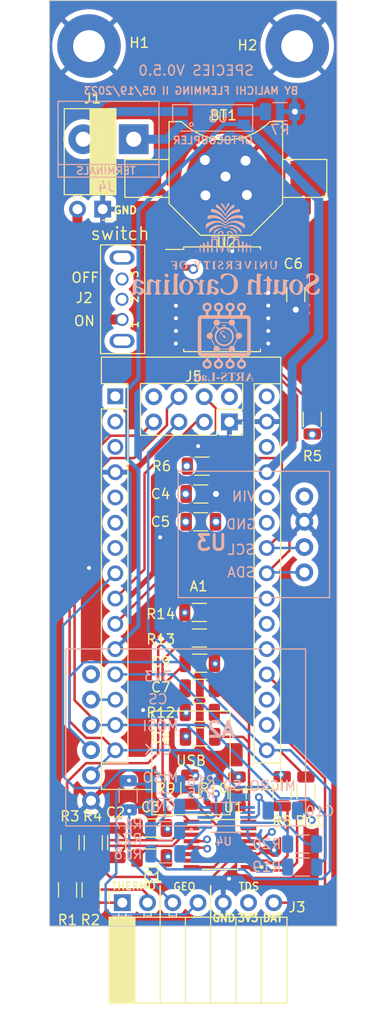
<source format=kicad_pcb>
(kicad_pcb (version 20221018) (generator pcbnew)
  (layers (0 "F.Cu" mixed "Single-GND-Front") (1 "In1.Cu" power "AGND Plane") (2 "In2.Cu" power "3V3 Power Plane") (31 "B.Cu" mixed "Single-GND-Back") (34 "B.Paste" user) (35 "F.Paste" user) (36 "B.SilkS" user "B.Silkscreen") (37 "F.SilkS" user "F.Silkscreen") (38 "B.Mask" user) (39 "F.Mask" user) (44 "Edge.Cuts" user))
  (net 0 "")
  (net 4 "GND")
  (net 8 "GEO_CS")
  (net 9 "CE")
  (net 10 "CSN")
  (net 11 "5V0")
  (net 12 "RTD_CS")
  (net 13 "SD_CS")
  (net 14 "MOSI")
  (net 15 "MISO")
  (net 16 "CLK")
  (net 17 "3V3")
  (net 19 "EC_DATA")
  (net 23 "SDA")
  (net 24 "SCL")
  (net 28 "Net-(BT1-+)")
  (net 29 "VIN")
  (net 30 "Net-(U1-AIN0{slash}REFP1)")
  (net 31 "Net-(U1-AIN1)")
  (net 32 "Net-(J4-Pin_1)")
  (net 33 "POWER")
  (net 35 "GEO_AMP_1")
  (net 36 "GEO_AMP_0")
  (net 37 "GNDA")
  (net 38 "Net-(U1-REFP0)")
  (net 39 "Net-(J4-Pin_2)")
  (net 40 "Net-(U1-REFN0)")
  (net 41 "RTD_2")
  (net 46 "Net-(R7-Pad1)")
  (net 48 "RTD_1")
  (net 49 "Net-(R1-Pad1)")
  (net 50 "Net-(U1-AIN3{slash}REFN1)")
  (net 51 "Net-(U1-~{CS})")
  (net 52 "Net-(U1-DOUT{slash}~{DRDY})")
  (net 53 "Net-(U1-DIN)")
  (net 54 "Net-(U1-SCLK)")
  (net 55 "Net-(U4-AIN0)")
  (net 56 "Net-(U4-AIN1)")
  (net 57 "Net-(U4-SCLK)")
  (net 58 "Net-(U4-DIN)")
  (net 59 "Net-(U4-DOUT{slash}~{DRDY})")
  (net 60 "Net-(U4-~{CS})")
  (footprint "Resistor_SMD:R_1206_3216Metric" (layer "F.Cu") (at 186.24 131.21 -90)
    (fp_text reference "R8")
    (fp_text value "R_47")
  )
  (footprint "Resistor_SMD:R_1206_3216Metric" (layer "F.Cu") (at 177.9475 123.3)
    (fp_text reference "R12")
    (fp_text value "RF4_1K")
  )
  (footprint "kitest:ADS1120IPW 16TSSOP" (layer "F.Cu") (at 179.98 136.56 180)
    (fp_text reference "U1")
    (fp_text value "ADS1120IRVAR")
  )
  (footprint "Resistor_SMD:R_1206_3216Metric" (layer "F.Cu") (at 177.9075 115.82 180)
    (fp_text reference "R13")
    (fp_text value "RF3_1K")
  )
  (footprint "Connector_PinSocket_2.54mm:PinSocket_2x04_P2.54mm_Vertical" (layer "F.Cu") (at 180.93 94.11 -90)
    (fp_text reference "J5")
    (fp_text value "Conn_02x04")
  )
  (footprint "Resistor_SMD:R_1206_3216Metric" (layer "F.Cu") (at 167.01 141.1325 90)
    (fp_text reference "R2")
    (fp_text value "RLEAD1_3.3K")
  )
  (footprint "MountingHole:MountingHole_3.2mm_M3_Pad" (layer "F.Cu") (at 166.8 56.34)
    (fp_text reference "H1")
    (fp_text value "MountingHole_Pad")
  )
  (footprint "Capacitor_SMD:C_1206_3216Metric" (layer "F.Cu") (at 177.9775 125.75 180)
    (fp_text reference "C8")
    (fp_text value "CCM4_10nf")
  )
  (footprint "Connector_PinSocket_2.54mm:PinSocket_1x07_P2.54mm_Horizontal" (layer "F.Cu") (at 170.15 142.412 90)
    (fp_text reference "J3")
    (fp_text value "Conn_01x07_Female")
  )
  (footprint "Connector_PinSocket_2.54mm:PinSocket_1x02_P2.54mm_Horizontal" (layer "F.Cu") (at 168.178 72.726 -90)
    (fp_text reference "J1")
    (fp_text value "Conn_01x02_Female")
  )
  (footprint "kitest:battery_holder_10mm" (layer "F.Cu") (at 180.57 69.64)
    (fp_text reference "BT1")
    (fp_text value "Battery_Cell")
  )
  (footprint "Capacitor_SMD:C_1206_3216Metric" (layer "F.Cu") (at 178.054 104.14)
    (fp_text reference "C5")
    (fp_text value "C_0.1uF")
  )
  (footprint "Resistor_SMD:R_1206_3216Metric" (layer "F.Cu") (at 167.23 136.39 -90)
    (fp_text reference "R4")
    (fp_text value "RF1_1K")
  )
  (footprint "Capacitor_SMD:C_1206_3216Metric" (layer "F.Cu") (at 177.9475 120.87)
    (fp_text reference "C7")
    (fp_text value "CDIF2_100nF")
  )
  (footprint "Resistor_SMD:R_1206_3216Metric" (layer "F.Cu") (at 164.64 141.13 -90)
    (fp_text reference "R1")
    (fp_text value "RLEAD2_3.3K")
  )
  (footprint "Capacitor_SMD:C_1206_3216Metric" (layer "F.Cu") (at 177.9475 118.35 180)
    (fp_text reference "C9")
    (fp_text value "CCM3_10nF")
  )
  (footprint "Resistor_SMD:R_1206_3216Metric" (layer "F.Cu") (at 189.264 93.852 90)
    (fp_text reference "R5")
    (fp_text value "R_1kOhm")
  )
  (footprint "Capacitor_SMD:C_1206_3216Metric" (layer "F.Cu") (at 169.59 136.39 90)
    (fp_text reference "C2")
    (fp_text value "CDIF1_100nF")
  )
  (footprint "Resistor_SMD:R_1206_3216Metric" (layer "F.Cu") (at 188.63 131.24 -90)
    (fp_text reference "R11")
    (fp_text value "R_47")
  )
  (footprint "kitest:grounded_switch" (layer "F.Cu") (at 165.042 81.78 90)
    (fp_text reference "J2")
    (fp_text value "XLR3_Switched")
  )
  (footprint "Module:Arduino_Nano" (layer "F.Cu") (at 169.445 91.535)
    (fp_text reference "A1")
    (fp_text value "Arduino_Nano_v3.x")
  )
  (footprint "Capacitor_SMD:C_1206_3216Metric" (layer "F.Cu") (at 173.11 134.91)
    (fp_text reference "C3")
    (fp_text value "CCM1_10nf")
  )
  (footprint "Package_SO:SOIC-16W_7.5x10.3mm_P1.27mm" (layer "F.Cu") (at 180.19 81.78)
    (fp_text reference "U2")
    (fp_text value "DS3231M")
  )
  (footprint "Capacitor_SMD:C_1206_3216Metric" (layer "F.Cu") (at 173.11 137.93 180)
    (fp_text reference "C1")
    (fp_text value "CCM2_10nF")
  )
  (footprint "MountingHole:MountingHole_3.2mm_M3_Pad" (layer "F.Cu") (at 187.75 56.34)
    (fp_text reference "H2")
    (fp_text value "MountingHole_Pad")
  )
  (footprint "Resistor_SMD:R_1206_3216Metric" (layer "F.Cu") (at 176.95 131.05 -90)
    (fp_text reference "R9")
    (fp_text value "R_47")
  )
  (footprint "Resistor_SMD:R_1206_3216Metric" (layer "F.Cu") (at 177.8975 113.25)
    (fp_text reference "R14")
    (fp_text value "RREF_3.3K")
  )
  (footprint "Capacitor_SMD:C_1206_3216Metric" (layer "F.Cu") (at 187.61 81.306 90)
    (fp_text reference "C6")
    (fp_text value "C_0.1uF")
  )
  (footprint "Resistor_SMD:R_1206_3216Metric" (layer "F.Cu") (at 178.16 98.55)
    (fp_text reference "R6")
    (fp_text value "R_1kOhm")
  )
  (footprint "Resistor_SMD:R_1206_3216Metric" (layer "F.Cu") (at 164.89 136.38 -90)
    (fp_text reference "R3")
    (fp_text value "RF2_1K")
  )
  (footprint "Capacitor_SMD:C_1206_3216Metric" (layer "F.Cu") (at 178.054 101.346)
    (fp_text reference "C4")
    (fp_text value "C_0.1uF")
  )
  (footprint "Resistor_SMD:R_1206_3216Metric" (layer "F.Cu") (at 181.7 131.25 -90)
    (fp_text reference "R10")
    (fp_text value "R_47")
  )
  (footprint "kitest:SD Module" (layer "B.Cu") (at 178.435 135.972 180)
    (fp_text reference "A2")
    (fp_text value "SD_Card_Module")
  )
  (footprint "Resistor_SMD:R_1206_3216Metric" (layer "B.Cu") (at 174.4475 132.8325 180)
    (fp_text reference "R15")
    (fp_text value "RF1_1K")
  )
  (footprint "Resistor_SMD:R_1206_3216Metric" (layer "B.Cu") (at 174.4875 137.5025)
    (fp_text reference "R18")
    (fp_text value "R_50")
  )
  (footprint "footprints:Vishay_VOS615A" (layer "B.Cu") (at 179.24 63.56)
    (fp_text reference "U5")
    (fp_text value "VO615A")
  )
  (footprint "kitest:ADS1118_10VSSOP" (layer "B.Cu") (at 180.6 133.8425)
    (fp_text reference "U4")
    (fp_text value "ADS1118IDGS")
  )
  (footprint "TerminalBlock:TerminalBlock_bornier-2_P5.08mm" (layer "B.Cu") (at 171.3 65.7 180)
    (fp_text reference "J4")
    (fp_text value "Screw_Terminal")
  )
  (footprint "Resistor_SMD:R_1206_3216Metric" (layer "B.Cu") (at 186.02 62.93)
    (fp_text reference "R7")
    (fp_text value "R_1.9kOhm")
  )
  (footprint "kitest:TDS_module" (layer "B.Cu") (at 183.388 105.41)
    (fp_text reference "U3")
    (fp_text value "BME260")
  )
  (footprint "kitest:ARTS_lab_logo" (layer "B.Cu") (at 180.42 86.06 180)
    (fp_text reference "G***" hide)
    (fp_text value "LOGO" hide)
  )
  (footprint "Capacitor_SMD:C_1206_3216Metric" (layer "B.Cu") (at 186.31 133.1625)
    (fp_text reference "C10")
    (fp_text value "C_0.1uF")
  )
  (footprint "Resistor_SMD:R_1206_3216Metric" (layer "B.Cu") (at 174.46 135.1725)
    (fp_text reference "R21")
    (fp_text value "R_50")
  )
  (footprint "kitest:uofsc_logo_0_75in" (layer "B.Cu") (at 180.521388 76.682931 180)
    (fp_text reference "G***" hide)
    (fp_text value "LOGO" hide)
  )
  (footprint "Resistor_SMD:R_1206_3216Metric" (layer "B.Cu") (at 188.258 138.834 180)
    (fp_text reference "R19")
    (fp_text value "R_50")
  )
  (footprint "Resistor_SMD:R_1206_3216Metric" (layer "B.Cu") (at 170.74 131.6225 90)
    (fp_text reference "R17")
    (fp_text value "R_1K")
  )
  (footprint "Resistor_SMD:R_1206_3216Metric" (layer "B.Cu") (at 174.46 130.4825 180)
    (fp_text reference "R16")
    (fp_text value "RF2_1K")
  )
  (footprint "Resistor_SMD:R_1206_3216Metric" (layer "B.Cu") (at 188.248 136.524 180)
    (fp_text reference "R20")
    (fp_text value "R_50")
  )
  (gr_line (start 179.04 143.872) (end 179.04 140.7) (stroke (width 0.15)) (layer "F.SilkS"))
  (gr_line (start 173.96 143.83) (end 173.96 140.72) (stroke (width 0.15)) (layer "F.SilkS"))
  (gr_rect (start 162.814 51.76) (end 191.77 144.78) (stroke (width 0.1)) (fill none) (layer "Edge.Cuts"))
  (gr_text "BY MALICHI FLEMMING II 05/19/2023" (at 177.072 60.832) (layer "B.SilkS") (effects (font (size 0.75 0.75)) (justify mirror)))
  (gr_text "SPECIES V0.5.0" (at 177.58 58.8) (layer "B.SilkS") (effects (font (size 1 1)) (justify mirror)))
  (gr_text "TERMINALS" (at 168.5 68.87) (layer "B.SilkS") (effects (font (size 0.75 0.75)) (justify mirror)))
  (gr_text "OPTOCOUPLER" (at 179.26 65.81) (layer "B.SilkS") (effects (font (size 0.75 0.75)) (justify mirror)))
  (gr_text "GND" (at 169.198 73.278) (layer "F.SilkS") (effects (font (size 0.75 0.75) (thickness 0.1875) bold) (justify left bottom)))
  (gr_text "DAT" (at 184.184 144.398) (layer "F.SilkS") (effects (font (size 0.75 0.75) (thickness 0.1875) bold) (justify left bottom)))
  (gr_text "ON" (at 166.34 83.97) (layer "F.SilkS") (effects (font (size 1 1))))
  (gr_text "3V3" (at 181.644 144.398) (layer "F.SilkS") (effects (font (size 0.75 0.75) (thickness 0.1875) bold) (justify left bottom)))
  (gr_text "THERMO" (at 171.29 140.74) (layer "F.SilkS") (effects (font (size 0.75 0.75))))
  (gr_text "OFF" (at 166.41 79.61) (layer "F.SilkS") (effects (font (size 1 1))))
  (gr_text "GEO" (at 176.4 140.79) (layer "F.SilkS") (effects (font (size 0.75 0.75))))
  (gr_text "GND" (at 179.104 144.398) (layer "F.SilkS") (effects (font (size 0.75 0.75) (thickness 0.1875) bold) (justify left bottom)))
  (gr_text "TDS" (at 182.89 140.78) (layer "F.SilkS") (effects (font (size 0.75 0.75))))
  (segment (start 181.59 138.007389) (end 181.59 139.31) (width 0.25) (layer "F.Cu") (net 4))
  (segment (start 181.898 103.715) (end 181.898 115.188) (width 0.25) (layer "F.Cu") (net 4))
  (segment (start 179.529 101.346) (end 181.898 103.715) (width 0.25) (layer "F.Cu") (net 4))
  (segment (start 175.54 82.415) (end 175.54 86.225) (width 0.25) (layer "F.Cu") (net 4))
  (segment (start 184.84 81.145) (end 184.84 86.225) (width 0.25) (layer "F.Cu") (net 4))
  (segment (start 182.062389 137.535) (end 181.59 138.007389) (width 0.25) (layer "F.Cu") (net 4))
  (segment (start 183.875 137.535) (end 184.29 137.12) (width 0.25) (layer "F.Cu") (net 4))
  (segment (start 180.066 117.02) (end 178.964327 117.02) (width 0.25) (layer "F.Cu") (net 4))
  (segment (start 182.045 136.885) (end 182.85 136.885) (width 0.25) (layer "F.Cu") (net 4))
  (segment (start 182.85 137.535) (end 182.062389 137.535) (width 0.25) (layer "F.Cu") (net 4))
  (segment (start 182.85 137.535) (end 183.875 137.535) (width 0.25) (layer "F.Cu") (net 4))
  (segment (start 178.088 128.396) (end 179.358 129.666) (width 0.25) (layer "F.Cu") (net 4))
  (segment (start 181.59 137.34) (end 182.045 136.885) (width 0.25) (layer "F.Cu") (net 4))
  (segment (start 182.85 136.885) (end 184.055 136.885) (width 0.25) (layer "F.Cu") (net 4))
  (segment (start 181.898 115.188) (end 180.066 117.02) (width 0.25) (layer "F.Cu") (net 4))
  (segment (start 178.088 117.896327) (end 178.088 128.396) (width 0.25) (layer "F.Cu") (net 4))
  (segment (start 181.59 139.31) (end 180.89 140.01) (width 0.25) (layer "F.Cu") (net 4))
  (segment (start 184.29 137.12) (end 185.4 137.12) (width 0.25) (layer "F.Cu") (net 4))
  (segment (start 184.055 136.885) (end 184.29 137.12) (width 0.25) (layer "F.Cu") (net 4))
  (segment (start 178.964327 117.02) (end 178.088 117.896327) (width 0.25) (layer "F.Cu") (net 4))
  (segment (start 185.4 137.12) (end 185.42 137.14) (width 0.25) (layer "F.Cu") (net 4))
  (segment (start 181.59 138.007389) (end 181.59 137.34) (width 0.25) (layer "F.Cu") (net 4))
  (via (at 184.84 83.692) (size 0.7) (drill 0.4) (layers "F.Cu" "B.Cu") (net 4))
  (via (at 181.21 76.95) (size 0.8) (drill 0.4) (layers "F.Cu" "B.Cu") (net 4))
  (via (at 182.69 71.3) (size 1.4) (drill 1) (layers "F.Cu" "B.Cu") (net 4))
  (via (at 178.52 71.34) (size 1.4) (drill 1) (layers "F.Cu" "B.Cu") (net 4))
  (via (at 178.47 67.79) (size 1.4) (drill 1) (layers "F.Cu" "B.Cu") (net 4))
  (via (at 184.84 81.152) (size 0.7) (drill 0.4) (layers "F.Cu" "B.Cu") (net 4))
  (via (at 184.84 84.962) (size 0.7) (drill 0.4) (layers "F.Cu" "B.Cu") (net 4))
  (via (at 187.61 82.83) (size 1) (drill 0.6) (layers "F.Cu" "B.Cu") (net 4))
  (via (at 184.84 86.225) (size 0.7) (drill 0.4) (layers "F.Cu" "B.Cu") (net 4))
  (via (at 166.8 108.78) (size 0.8) (drill 0.4) (layers "F.Cu" "B.Cu") (net 4))
  (via (at 179.358 129.666) (size 0.8) (drill 0.4) (layers "F.Cu" "B.Cu") (net 4))
  (via (at 184.84 82.422) (size 0.7) (drill 0.4) (layers "F.Cu" "B.Cu") (net 4))
  (via (at 182.55 67.86) (size 1.4) (drill 1) (layers "F.Cu" "B.Cu") (net 4))
  (via (at 173.95 105.7) (size 0.8) (drill 0.4) (layers "F.Cu" "B.Cu") (net 4))
  (via (at 177.78 96.53) (size 0.8) (drill 0.4) (layers "F.Cu" "B.Cu") (net 4))
  (via (at 175.548 84.962) (size 0.7) (drill 0.4) (layers "F.Cu" "B.Cu") (net 4))
  (via (at 180.89 140.01) (size 0.8) (drill 0.4) (layers "F.Cu" "B.Cu") (net 4))
  (via (at 187.52 62.93) (size 1) (drill 0.6) (layers "F.Cu" "B.Cu") (net 4))
  (via (at 180.54 69.45) (size 1.4) (drill 1) (layers "F.Cu" "B.Cu") (net 4))
  (via (at 185.42 137.14) (size 0.8) (drill 0.4) (layers "F.Cu" "B.Cu") (net 4))
  (via (at 175.54 86.225) (size 0.7) (drill 0.4) (layers "F.Cu" "B.Cu") (net 4))
  (via (at 175.548 83.692) (size 0.7) (drill 0.4) (layers "F.Cu" "B.Cu") (net 4))
  (via (at 175.548 82.422) (size 0.7) (drill 0.4) (layers "F.Cu" "B.Cu") (net 4))
  (via (at 179.578 101.346) (size 1) (drill 0.6) (layers "F.Cu" "B.Cu") (net 4))
  (via (at 172.246 123.062) (size 0.8) (drill 0.4) (layers "F.Cu" "B.Cu") (net 4))
  (segment (start 168.269327 130.88) (end 165.37 130.88) (width 0.25) (layer "B.Cu") (net 8))
  (segment (start 174.47 133.7) (end 174.47 130.204326) (width 0.25) (layer "B.Cu") (net 8))
  (segment (start 174.47 130.204326) (end 173.380261 129.114588) (width 0.25) (layer "B.Cu") (net 8))
  (segment (start 165.37 130.88) (end 164.18 129.69) (width 0.25) (layer "B.Cu") (net 8))
  (segment (start 170.034739 129.114588) (end 168.269327 130.88) (width 0.25) (layer "B.Cu") (net 8))
  (segment (start 164.18 129.69) (end 164.18 114.58) (width 0.25) (layer "B.Cu") (net 8))
  (segment (start 173.380261 129.114588) (end 170.034739 129.114588) (width 0.25) (layer "B.Cu") (net 8))
  (segment (start 164.18 114.58) (end 169.445 109.315) (width 0.25) (layer "B.Cu") (net 8))
  (segment (start 172.9975 135.1725) (end 174.47 133.7) (width 0.25) (layer "B.Cu") (net 8))
  (segment (start 178.39 94.11) (end 177.576 94.11) (width 0.25) (layer "F.Cu") (net 9))
  (segment (start 172.39 99.296) (end 172.39 108.91) (width 0.25) (layer "F.Cu") (net 9))
  (segment (start 177.576 94.11) (end 172.39 99.296) (width 0.25) (layer "F.Cu") (net 9))
  (segment (start 172.39 108.91) (end 169.445 111.855) (width 0.25) (layer "F.Cu") (net 9))
  (segment (start 178.14 105.7) (end 169.445 114.395) (width 0.25) (layer "F.Cu") (net 10))
  (segment (start 179.565 96.375) (end 178.14 97.8) (width 0.25) (layer "F.Cu") (net 10))
  (segment (start 178.39 91.57) (end 179.565 92.745) (width 0.25) (layer "F.Cu") (net 10))
  (segment (start 179.565 92.745) (end 179.565 96.375) (width 0.25) (layer "F.Cu") (net 10))
  (segment (start 178.14 97.8) (end 178.14 105.7) (width 0.25) (layer "F.Cu") (net 10))
  (segment (start 182.365 64.195) (end 180.374 64.195) (width 0.4) (layer "B.Cu") (net 11))
  (segment (start 171.784 98.932) (end 171.784 114.596) (width 0.4) (layer "B.Cu") (net 11))
  (segment (start 187.232 88.158) (end 189.92 85.47) (width 0.9) (layer "B.Cu") (net 11))
  (segment (start 189.92 71.75) (end 182.365 64.195) (width 0.9) (layer "B.Cu") (net 11))
  (segment (start 170.645 97.793) (end 171.784 98.932) (width 0.4) (layer "B.Cu") (net 11))
  (segment (start 170.645 90.881) (end 170.645 97.793) (width 0.4) (layer "B.Cu") (net 11))
  (segment (start 187.232 96.608) (end 187.232 88.158) (width 0.9) (layer "B.Cu") (net 11))
  (segment (start 171.784 89.742) (end 170.645 90.881) (width 0.4) (layer "B.Cu") (net 11))
  (segment (start 171.784 72.785) (end 171.784 89.742) (width 0.4) (layer "B.Cu") (net 11))
  (segment (start 171.784 114.596) (end 169.445 116.935) (width 0.4) (layer "B.Cu") (net 11))
  (segment (start 189.92 85.47) (end 189.92 71.75) (width 0.9) (layer "B.Cu") (net 11))
  (segment (start 184.685 99.155) (end 187.232 96.608) (width 0.9) (layer "B.Cu") (net 11))
  (segment (start 180.374 64.195) (end 171.784 72.785) (width 0.4) (layer "B.Cu") (net 11))
  (via (at 186.14 129.54) (size 0.8) (drill 0.4) (layers "F.Cu" "B.Cu") (net 12))
  (segment (start 186.14 129.54) (end 185.291604 129.54) (width 0.25) (layer "B.Cu") (net 12))
  (segment (start 175.226604 119.475) (end 169.445 119.475) (width 0.25) (layer "B.Cu") (net 12))
  (segment (start 185.291604 129.54) (end 175.226604 119.475) (width 0.25) (layer "B.Cu") (net 12))
  (segment (start 167.018 122.015) (end 167.005 122.002) (width 0.25) (layer "B.Cu") (net 13))
  (segment (start 169.445 122.015) (end 167.018 122.015) (width 0.25) (layer "B.Cu") (net 13))
  (segment (start 171.341701 97.74) (end 174.64 94.441701) (width 0.25) (layer "F.Cu") (net 14))
  (segment (start 169.445 124.555) (end 167.825588 124.555) (width 0.25) (layer "F.Cu") (net 14))
  (segment (start 165.35 122.079412) (end 165.35 101.369009) (width 0.25) (layer "F.Cu") (net 14))
  (segment (start 174.64 94.441701) (end 174.64 92.78) (width 0.25) (layer "F.Cu") (net 14))
  (segment (start 168.979009 97.74) (end 171.341701 97.74) (width 0.25) (layer "F.Cu") (net 14))
  (segment (start 167.825588 124.555) (end 165.35 122.079412) (width 0.25) (layer "F.Cu") (net 14))
  (segment (start 174.64 92.78) (end 175.85 91.57) (width 0.25) (layer "F.Cu") (net 14))
  (segment (start 165.35 101.369009) (end 168.979009 97.74) (width 0.25) (layer "F.Cu") (net 14))
  (via (at 181.85 129.78) (size 0.8) (drill 0.4) (layers "F.Cu" "B.Cu") (net 14))
  (segment (start 186.034569 131.9375) (end 188.9055 131.9375) (width 0.25) (layer "B.Cu") (net 14))
  (segment (start 190.598 133.63) (end 190.598 137.9565) (width 0.25) (layer "B.Cu") (net 14))
  (segment (start 189.981 133.013) (end 190.19 133.222) (width 0.25) (layer "B.Cu") (net 14))
  (segment (start 169.445 124.555) (end 167.018 124.555) (width 0.25) (layer "B.Cu") (net 14))
  (segment (start 167.018 124.555) (end 167.005 124.542) (width 0.25) (layer "B.Cu") (net 14))
  (segment (start 190.598 137.9565) (end 189.7205 138.834) (width 0.25) (layer "B.Cu") (net 14))
  (segment (start 175.85 91.57) (end 174.675 92.745) (width 0.25) (layer "B.Cu") (net 14))
  (segment (start 176.625 124.555) (end 175.49 124.555) (width 0.25) (layer "B.Cu") (net 14))
  (segment (start 181.85 129.78) (end 176.625 124.555) (width 0.25) (layer "B.Cu") (net 14))
  (segment (start 188.9055 131.9375) (end 189.981 133.013) (width 0.25) (layer "B.Cu") (net 14))
  (segment (start 169.382 124.492) (end 169.445 124.555) (width 0.25) (layer "B.Cu") (net 14))
  (segment (start 175.49 124.555) (end 169.445 124.555) (width 0.25) (layer "B.Cu") (net 14))
  (segment (start 189.981 133.013) (end 190.598 133.63) (width 0.25) (layer "B.Cu") (net 14))
  (segment (start 178.652069 124.555) (end 186.034569 131.9375) (width 0.25) (layer "B.Cu") (net 14))
  (segment (start 175.49 124.555) (end 178.652069 124.555) (width 0.25) (layer "B.Cu") (net 14))
  (segment (start 173.31 94.11) (end 171.93 95.49) (width 0.25) (layer "F.Cu") (net 15))
  (segment (start 171.93 95.49) (end 168.979009 95.49) (width 0.25) (layer "F.Cu") (net 15))
  (segment (start 164.85 99.619009) (end 164.85 124.186412) (width 0.25) (layer "F.Cu") (net 15))
  (segment (start 168.979009 95.49) (end 164.85 99.619009) (width 0.25) (layer "F.Cu") (net 15))
  (segment (start 164.85 124.186412) (end 166.520588 125.857) (width 0.25) (layer "F.Cu") (net 15))
  (segment (start 166.520588 125.857) (end 168.207 125.857) (width 0.25) (layer "F.Cu") (net 15))
  (segment (start 168.207 125.857) (end 169.445 127.095) (width 0.25) (layer "F.Cu") (net 15))
  (via (at 177.52 129.64) (size 0.8) (drill 0.4) (layers "F.Cu" "B.Cu") (net 15))
  (segment (start 184.250673 130.79) (end 181.57 130.79) (width 0.25) (layer "B.Cu") (net 15))
  (segment (start 189.7105 136.524) (end 188.7215 136.524) (width 0.25) (layer "B.Cu") (net 15))
  (segment (start 186.06 133.8625) (end 186.06 132.599327) (width 0.25) (layer "B.Cu") (net 15))
  (segment (start 169.445 127.095) (end 167.005 129.535) (width 0.25) (layer "B.Cu") (net 15))
  (segment (start 177.875 127.095) (end 173.82 127.095) (width 0.25) (layer "B.Cu") (net 15))
  (segment (start 169.445 127.095) (end 173.82 127.095) (width 0.25) (layer "B.Cu") (net 15))
  (segment (start 181.57 130.79) (end 177.875 127.095) (width 0.25) (layer "B.Cu") (net 15))
  (segment (start 177.52 129.64) (end 174.975 127.095) (width 0.25) (layer "B.Cu") (net 15))
  (segment (start 167.005 129.535) (end 167.005 129.622) (width 0.25) (layer "B.Cu") (net 15))
  (segment (start 186.06 132.599327) (end 184.250673 130.79) (width 0.25) (layer "B.Cu") (net 15))
  (segment (start 174.975 127.095) (end 173.82 127.095) (width 0.25) (layer "B.Cu") (net 15))
  (segment (start 188.7215 136.524) (end 186.06 133.8625) (width 0.25) (layer "B.Cu") (net 15))
  (segment (start 188.63 129.7775) (end 185.9475 127.095) (width 0.25) (layer "F.Cu") (net 16))
  (segment (start 185.9475 127.095) (end 184.685 127.095) (width 0.25) (layer "F.Cu") (net 16))
  (segment (start 191.048 139.257172) (end 191.048 131.09) (width 0.25) (layer "B.Cu") (net 16))
  (segment (start 164.82 124.897) (end 167.005 127.082) (width 0.25) (layer "B.Cu") (net 16))
  (segment (start 175.827 118.237) (end 166.313 118.237) (width 0.25) (layer "B.Cu") (net 16))
  (segment (start 164.82 119.73) (end 164.82 124.897) (width 0.25) (layer "B.Cu") (net 16))
  (segment (start 190.271173 140.034) (end 183.3775 140.034) (width 0.25) (layer "B.Cu") (net 16))
  (segment (start 175.827 118.237) (end 172.754 115.164) (width 0.25) (layer "B.Cu") (net 16))
  (segment (start 172.754 115.164) (end 172.754 97.206) (width 0.25) (layer "B.Cu") (net 16))
  (segment (start 174.585 139.0625) (end 173.025 137.5025) (width 0.25) (layer "B.Cu") (net 16))
  (segment (start 182.406 139.0625) (end 174.585 139.0625) (width 0.25) (layer "B.Cu") (net 16))
  (segment (start 182.92 125.33) (end 182.47 124.88) (width 0.25) (layer "B.Cu") (net 16))
  (segment (start 183.3775 140.034) (end 182.406 139.0625) (width 0.25) (layer "B.Cu") (net 16))
  (segment (start 190.506586 139.798586) (end 191.048 139.257172) (width 0.25) (layer "B.Cu") (net 16))
  (segment (start 184.685 127.095) (end 182.92 125.33) (width 0.25) (layer "B.Cu") (net 16))
  (segment (start 166.313 118.237) (end 164.82 119.73) (width 0.25) (layer "B.Cu") (net 16))
  (segment (start 172.754 97.206) (end 175.85 94.11) (width 0.25) (layer "B.Cu") (net 16))
  (segment (start 190.64 139.665173) (end 190.506586 139.798586) (width 0.25) (layer "B.Cu") (net 16))
  (segment (start 191.048 131.09) (end 187.053 127.095) (width 0.25) (layer "B.Cu") (net 16))
  (segment (start 182.92 125.33) (end 175.827 118.237) (width 0.25) (layer "B.Cu") (net 16))
  (segment (start 190.506586 139.798586) (end 190.271173 140.034) (width 0.25) (layer "B.Cu") (net 16))
  (segment (start 187.053 127.095) (end 184.685 127.095) (width 0.25) (layer "B.Cu") (net 16))
  (segment (start 177.157 78.605) (end 177.292 78.74) (width 0.6) (layer "F.Cu") (net 17))
  (segment (start 178.605 136.885) (end 178.7 136.98) (width 0.25) (layer "F.Cu") (net 17))
  (segment (start 177.11 136.235) (end 178.495 136.235) (width 0.25) (layer "F.Cu") (net 17))
  (segment (start 178.495 136.235) (end 178.68 136.05) (width 0.25) (layer "F.Cu") (net 17))
  (segment (start 175.54 78.605) (end 177.157 78.605) (width 0.6) (layer "F.Cu") (net 17))
  (segment (start 177.11 136.235) (end 177.11 136.885) (width 0.25) (layer "F.Cu") (net 17))
  (segment (start 177.11 136.885) (end 178.605 136.885) (width 0.25) (layer "F.Cu") (net 17))
  (via (at 176.53 104.14) (size 1) (drill 0.6) (layers "F.Cu" "B.Cu") (net 17))
  (via (at 183.89 131.81) (size 0.8) (drill 0.4) (layers "F.Cu" "B.Cu") (net 17))
  (via (at 189.264 95.376) (size 1) (drill 0.6) (layers "F.Cu" "B.Cu") (net 17))
  (via (at 176.636 98.55) (size 1) (drill 0.6) (layers "F.Cu" "B.Cu") (net 17))
  (via (at 178.7 136.98) (size 0.8) (drill 0.4) (layers "F.Cu" "B.Cu") (net 17))
  (via (at 178.68 136.05) (size 0.8) (drill 0.4) (layers "F.Cu" "B.Cu") (net 17))
  (via (at 176.53 101.346) (size 1) (drill 0.6) (layers "F.Cu" "B.Cu") (net 17))
  (via (at 177.292 78.74) (size 1) (drill 0.6) (layers "F.Cu" "B.Cu") (net 17))
  (segment (start 182.75 133.8425) (end 183.578059 133.8425) (width 0.25) (layer "B.Cu") (net 17))
  (segment (start 183.89 133.530559) (end 183.89 131.81) (width 0.25) (layer "B.Cu") (net 17))
  (segment (start 184.835 133.1625) (end 184.835 132.755) (width 0.25) (layer "B.Cu") (net 17))
  (segment (start 184.835 132.755) (end 183.89 131.81) (width 0.25) (layer "B.Cu") (net 17))
  (segment (start 183.578059 133.8425) (end 183.89 133.530559) (width 0.25) (layer "B.Cu") (net 17))
  (segment (start 186.724 121.514) (end 184.685 119.475) (width 0.25) (layer "F.Cu") (net 19))
  (segment (start 189.308 142.412) (end 190.55 141.17) (width 0.25) (layer "F.Cu") (net 19))
  (segment (start 190.55 141.17) (end 190.55 129.946828) (width 0.25) (layer "F.Cu") (net 19))
  (segment (start 186.724 126.120828) (end 186.724 121.514) (width 0.25) (layer "F.Cu") (net 19))
  (segment (start 190.55 129.946828) (end 186.724 126.120828) (width 0.25) (layer "F.Cu") (net 19))
  (segment (start 185.39 142.412) (end 189.308 142.412) (width 0.25) (layer "F.Cu") (net 19))
  (segment (start 189.264 92.345752) (end 189.264 92.3895) (width 0.25) (layer "F.Cu") (net 23))
  (segment (start 190.464 93.5895) (end 190.464 96.986) (width 0.25) (layer "F.Cu") (net 23))
  (segment (start 186.97 107.03) (end 186.97 100.48) (width 0.25) (layer "F.Cu") (net 23))
  (segment (start 187.223124 90.304876) (end 189.264 92.345752) (width 0.25) (layer "F.Cu") (net 23))
  (segment (start 182.88 80.01) (end 182.88 85.961751) (width 0.25) (layer "F.Cu") (net 23))
  (segment (start 184.84 78.605) (end 184.285 78.605) (width 0.25) (layer "F.Cu") (net 23))
  (segment (start 184.685 109.315) (end 186.97 107.03) (width 0.25) (layer "F.Cu") (net 23))
  (segment (start 190.31 97.14) (end 189.907 97.543) (width 0.25) (layer "F.Cu") (net 23))
  (segment (start 182.88 85.961751) (end 187.223124 90.304876) (width 0.25) (layer "F.Cu") (net 23))
  (segment (start 189.264 92.3895) (end 190.464 93.5895) (width 0.25) (layer "F.Cu") (net 23))
  (segment (start 187.223124 90.304876) (end 187.477124 90.558876) (width 0.25) (layer "F.Cu") (net 23))
  (segment (start 189.907 97.543) (end 186.97 100.48) (width 0.25) (layer "F.Cu") (net 23))
  (segment (start 187.477124 90.558876) (end 187.7 90.781751) (width 0.25) (layer "F.Cu") (net 23))
  (segment (start 184.285 78.605) (end 182.88 80.01) (width 0.25) (layer "F.Cu") (net 23))
  (segment (start 190.464 96.986) (end 189.907 97.543) (width 0.25) (layer "F.Cu") (net 23))
  (segment (start 188.468 109.22) (end 184.78 109.22) (width 0.25) (layer "B.Cu") (net 23))
  (segment (start 184.78 109.22) (end 184.685 109.315) (width 0.25) (layer "B.Cu") (net 23))
  (segment (start 185.708 97.74) (end 186.2 98.232) (width 0.25) (layer "F.Cu") (net 24))
  (segment (start 183.388 77.216) (end 181.864 78.74) (width 0.25) (layer "F.Cu") (net 24))
  (segment (start 184.685 106.775) (end 186.2 105.26) (width 0.25) (layer "F.Cu") (net 24))
  (segment (start 185.92 97.74) (end 186.2 97.46) (width 0.25) (layer "F.Cu") (net 24))
  (segment (start 186.2 98.232) (end 186.2 101.218) (width 0.25) (layer "F.Cu") (net 24))
  (segment (start 184.84 77.335) (end 184.721 77.216) (width 0.25) (layer "F.Cu") (net 24))
  (segment (start 184.721 77.216) (end 183.388 77.216) (width 0.25) (layer "F.Cu") (net 24))
  (segment (start 179.6225 98.55) (end 180.4325 97.74) (width 0.25) (layer "F.Cu") (net 24))
  (segment (start 187.74 91.458147) (end 187.74 95.92) (width 0.25) (layer "F.Cu") (net 24))
  (segment (start 181.864 78.74) (end 181.864 85.582147) (width 0.25) (layer "F.Cu") (net 24))
  (segment (start 181.864 85.582147) (end 186.5 90.218147) (width 0.25) (layer "F.Cu") (net 24))
  (segment (start 186.5 97.16) (end 186.2 97.46) (width 0.25) (layer "F.Cu") (net 24))
  (segment (start 186.5 90.218147) (end 187.74 91.458147) (width 0.25) (layer "F.Cu") (net 24))
  (segment (start 185.708 97.74) (end 185.92 97.74) (width 0.25) (layer "F.Cu") (net 24))
  (segment (start 180.4325 97.74) (end 185.708 97.74) (width 0.25) (layer "F.Cu") (net 24))
  (segment (start 187.74 95.92) (end 185.92 97.74) (width 0.25) (layer "F.Cu") (net 24))
  (segment (start 186.2 105.26) (end 186.2 101.218) (width 0.25) (layer "F.Cu") (net 24))
  (segment (start 184.685 106.775) (end 188.373 106.775) (width 0.25) (layer "B.Cu") (net 24))
  (segment (start 188.373 106.775) (end 188.468 106.68) (width 0.25) (layer "B.Cu") (net 24))
  (segment (start 187.198 74.676) (end 188.662 73.212) (width 0.6) (layer "F.Cu") (net 28))
  (segment (start 187.198 74.676) (end 177.886 74.676) (width 0.6) (layer "F.Cu") (net 28))
  (segment (start 187.198 77.62) (end 187.198 78.191239) (width 0.6) (layer "F.Cu") (net 28))
  (segment (start 187.198 77.62) (end 187.198 79.419) (width 0.6) (layer "F.Cu") (net 28))
  (segment (start 187.198 79.419) (end 187.61 79.831) (width 0.6) (layer "F.Cu") (net 28))
  (segment (start 188.825 73.049) (end 188.825 69.64) (width 0.6) (layer "F.Cu") (net 28))
  (segment (start 187.198 74.676) (end 187.198 77.62) (width 0.6) (layer "F.Cu") (net 28))
  (segment (start 187.198 78.191239) (end 185.514239 79.875) (width 0.6) (layer "F.Cu") (net 28))
  (segment (start 172.85 69.64) (end 172.315 69.64) (width 0.6) (layer "F.Cu") (net 28))
  (segment (start 185.514239 79.875) (end 184.84 79.875) (width 0.6) (layer "F.Cu") (net 28))
  (segment (start 188.662 73.212) (end 188.825 73.049) (width 0.6) (layer "F.Cu") (net 28))
  (segment (start 177.886 74.676) (end 172.85 69.64) (width 0.6) (layer "F.Cu") (net 28))
  (segment (start 165.705 136.705) (end 164.61 135.61) (width 0.25) (layer "F.Cu") (net 30))
  (segment (start 175.935 135.986396) (end 175.216396 136.705) (width 0.25) (layer "F.Cu") (net 30))
  (segment (start 175.935 135.96) (end 175.935 135.986396) (width 0.25) (layer "F.Cu") (net 30))
  (segment (start 175.216396 136.705) (end 174.87 136.705) (width 0.25) (layer "F.Cu") (net 30))
  (segment (start 174.87 136.705) (end 172.86 136.705) (width 0.25) (layer "F.Cu") (net 30))
  (segment (start 172.86 136.705) (end 171.32 136.705) (width 0.25) (layer "F.Cu") (net 30))
  (segment (start 172.86 136.705) (end 171.635 137.93) (width 0.25) (layer "F.Cu") (net 30))
  (segment (start 168.54 136.705) (end 165.705 136.705) (width 0.25) (layer "F.Cu") (net 30))
  (segment (start 168.165 136.705) (end 168.54 136.705) (width 0.25) (layer "F.Cu") (net 30))
  (segment (start 170.63 136.705) (end 169.46 137.875) (width 0.25) (layer "F.Cu") (net 30))
  (segment (start 164.61 135.61) (end 164.61 134.9975) (width 0.25) (layer "F.Cu") (net 30))
  (segment (start 171.32 136.705) (end 170.63 136.705) (width 0.25) (layer "F.Cu") (net 30))
  (segment (start 176.31 135.585) (end 175.935 135.96) (width 0.25) (layer "F.Cu") (net 30))
  (segment (start 164.61 135.61) (end 165.43 136.43) (width 0.25) (layer "F.Cu") (net 30))
  (segment (start 168.54 136.705) (end 171.32 136.705) (width 0.25) (layer "F.Cu") (net 30))
  (segment (start 177.11 135.585) (end 176.31 135.585) (width 0.25) (layer "F.Cu") (net 30))
  (segment (start 172.86 136.135) (end 170.81 136.135) (width 0.25) (layer "F.Cu") (net 31))
  (segment (start 170.67 136.135) (end 169.46 134.925) (width 0.25) (layer "F.Cu") (net 31))
  (segment (start 170.81 136.135) (end 168.135 136.135) (width 0.25) (layer "F.Cu") (net 31))
  (segment (start 175.15 136.135) (end 174.53 136.135) (width 0.25) (layer "F.Cu") (net 31))
  (segment (start 177.11 134.935) (end 176.322389 134.935) (width 0.25) (layer "F.Cu") (net 31))
  (segment (start 172.86 136.135) (end 171.635 134.91) (width 0.25) (layer "F.Cu") (net 31))
  (segment (start 175.485 135.8) (end 175.15 136.135) (width 0.25) (layer "F.Cu") (net 31))
  (segment (start 170.81 136.135) (end 170.67 136.135) (width 0.25) (layer "F.Cu") (net 31))
  (segment (start 168.135 136.135) (end 167 135) (width 0.25) (layer "F.Cu") (net 31))
  (segment (start 174.53 136.135) (end 172.86 136.135) (width 0.25) (layer "F.Cu") (net 31))
  (segment (start 176.322389 134.935) (end 175.485 135.772389) (width 0.25) (layer "F.Cu") (net 31))
  (segment (start 167.075 134.925) (end 167 135) (width 0.25) (layer "F.Cu") (net 31))
  (segment (start 175.485 135.772389) (end 175.485 135.8) (width 0.25) (layer "F.Cu") (net 31))
  (segment (start 174.61 65.7) (end 171.3 65.7) (width 0.9) (layer "B.Cu") (net 32))
  (segment (start 176.115 64.195) (end 174.61 65.7) (width 0.9) (layer "B.Cu") (net 32))
  (segment (start 165.638 72.726) (end 165.638 79.328) (width 1) (layer "F.Cu") (net 33))
  (segment (start 165.642 81.21387) (end 168.24013 83.812) (width 1) (layer "F.Cu") (net 33))
  (segment (start 165.638 79.328) (end 165.642 79.332) (width 1) (layer "F.Cu") (net 33))
  (segment (start 165.642 79.332) (end 165.642 81.21387) (width 1) (layer "F.Cu") (net 33))
  (segment (start 168.24013 83.812) (end 170.122 83.812) (width 1) (layer "F.Cu") (net 33))
  (via (at 170.83 130.13) (size 0.8) (drill 0.4) (layers "F.Cu" "B.Cu") (net 35))
  (segment (start 168.476 143.088) (end 168.975 143.587) (width 0.25) (layer "B.Cu") (net 35))
  (segment (start 172.9975 130.4825) (end 171.1825 130.4825) (width 0.25) (layer "B.Cu") (net 35))
  (segment (start 170.74 130.16) (end 169.54 131.36) (width 0.25) (layer "B.Cu") (net 35))
  (segment (start 169.54 131.36) (end 169.54 139.484) (width 0.25) (layer "B.Cu") (net 35))
  (segment (start 168.476 140.548) (end 168.476 143.088) (width 0.25) (layer "B.Cu") (net 35))
  (segment (start 168.975 143.587) (end 176.595 143.587) (width 0.25) (layer "B.Cu") (net 35))
  (segment (start 169.54 139.484) (end 168.476 140.548) (width 0.25) (layer "B.Cu") (net 35))
  (segment (start 171.1825 130.4825) (end 170.83 130.13) (width 0.25) (layer "B.Cu") (net 35))
  (segment (start 176.595 143.587) (end 177.77 142.412) (width 0.25) (layer "B.Cu") (net 35))
  (via (at 170.85 133.19) (size 0.8) (drill 0.4) (layers "F.Cu" "B.Cu") (net 36))
  (segment (start 172.985 132.8325) (end 170.9925 132.8325) (width 0.25) (layer "B.Cu") (net 36))
  (segment (start 175.23 142.412) (end 170.85 138.032) (width 0.25) (layer "B.Cu") (net 36))
  (segment (start 170.9925 132.8325) (end 170.74 133.085) (width 0.25) (layer "B.Cu") (net 36))
  (segment (start 170.85 138.032) (end 170.85 133.19) (width 0.25) (layer "B.Cu") (net 36))
  (segment (start 185.21 135.3) (end 185.05 135.3) (width 0.25) (layer "F.Cu") (net 37))
  (segment (start 185.05 135.3) (end 184.115 136.235) (width 0.25) (layer "F.Cu") (net 37))
  (segment (start 182.85 136.235) (end 184.115 136.235) (width 0.25) (layer "F.Cu") (net 37))
  (via (at 176.44 113.27) (size 0.8) (drill 0.4) (layers "F.Cu" "B.Cu") (net 37))
  (via (at 174.72 135) (size 0.8) (drill 0.4) (layers "F.Cu" "B.Cu") (net 37))
  (via (at 179.5 118.4) (size 0.8) (drill 0.4) (layers "F.Cu" "B.Cu") (net 37))
  (via (at 174.75 137.78) (size 0.8) (drill 0.4) (layers "F.Cu" "B.Cu") (net 37))
  (via (at 185.21 135.3) (size 0.8) (drill 0.4) (layers "F.Cu" "B.Cu") (net 37))
  (via (at 176.57 125.69) (size 0.8) (drill 0.4) (layers "F.Cu" "B.Cu") (net 37))
  (via (at 176.58 123.34) (size 0.8) (drill 0.4) (layers "F.Cu" "B.Cu") (net 37))
  (via (at 189.22 134.11) (size 0.8) (drill 0.4) (layers "F.Cu" "B.Cu") (net 37))
  (via (at 179.58 131.47) (size 0.8) (drill 0.4) (layers "F.Cu" "B.Cu") (net 37))
  (via (at 179.578 104.14) (size 1) (drill 0.6) (layers "F.Cu" "B.Cu") (net 37))
  (segment (start 188.2725 133.1625) (end 189.22 134.11) (width 0.25) (layer "B.Cu") (net 37))
  (segment (start 184.788059 135.5525) (end 184.825 135.5525) (width 0.25) (layer "B.Cu") (net 37))
  (segment (start 179.278059 133.8425) (end 179.58 133.540559) (width 0.25) (layer "B.Cu") (net 37))
  (segment (start 179.58 133.540559) (end 179.58 131.47) (width 0.25) (layer "B.Cu") (net 37))
  (segment (start 187.785 133.1625) (end 188.2725 133.1625) (width 0.25) (layer "B.Cu") (net 37))
  (segment (start 178.45 133.8425) (end 179.278059 133.8425) (width 0.25) (layer "B.Cu") (net 37))
  (segment (start 174.21 131.523173) (end 174.21 123.66) (width 0.25) (layer "F.Cu") (net 38))
  (segment (start 174.21 123.66) (end 174.21 118.055) (width 0.25) (layer "F.Cu") (net 38))
  (segment (start 176.445 118.3225) (end 176.4725 118.35) (width 0.25) (layer "F.Cu") (net 38))
  (segment (start 176.4725 118.35) (end 174.21 120.6125) (width 0.25) (layer "F.Cu") (net 38))
  (segment (start 177.11 134.285) (end 176.971827 134.285) (width 0.25) (layer "F.Cu") (net 38))
  (segment (start 174.21 118.6075) (end 174.21 118.055) (width 0.25) (layer "F.Cu") (net 38))
  (segment (start 174.21 123.1325) (end 174.21 123.66) (width 0.25) (layer "F.Cu") (net 38))
  (segment (start 174.21 120.6125) (end 174.21 123.1325) (width 0.25) (layer "F.Cu") (net 38))
  (segment (start 176.4725 120.87) (end 174.21 123.1325) (width 0.25) (layer "F.Cu") (net 38))
  (segment (start 176.971827 134.285) (end 174.21 131.523173) (width 0.25) (layer "F.Cu") (net 38))
  (segment (start 174.21 118.055) (end 176.445 115.82) (width 0.25) (layer "F.Cu") (net 38))
  (segment (start 176.115 62.925) (end 168.995 62.925) (width 0.9) (layer "B.Cu") (net 39))
  (segment (start 168.995 62.925) (end 166.22 65.7) (width 0.9) (layer "B.Cu") (net 39))
  (segment (start 182.9 125.28) (end 182.9 126.61) (width 0.25) (layer "F.Cu") (net 40))
  (segment (start 179.41 123.3) (end 180.92 123.3) (width 0.25) (layer "F.Cu") (net 40))
  (segment (start 179.291 120.363) (end 179.066 120.588) (width 0.25) (layer "F.Cu") (net 40))
  (segment (start 182.9 126.61) (end 182.9 129.87) (width 0.25) (layer "F.Cu") (net 40))
  (segment (start 182.85 134.285) (end 182.9 134.235) (width 0.25) (layer "F.Cu") (net 40))
  (segment (start 179.41 125.7075) (end 179.4525 125.75) (width 0.25) (layer "F.Cu") (net 40))
  (segment (start 182.9 134.235) (end 182.9 129.87) (width 0.25) (layer "F.Cu") (net 40))
  (segment (start 179.066 120.588) (end 179.066 121.3255) (width 0.25) (layer "F.Cu") (net 40))
  (segment (start 179.4525 125.75) (end 182.3 125.75) (width 0.25) (layer "F.Cu") (net 40))
  (segment (start 179.4225 123.2875) (end 179.41 123.3) (width 0.25) (layer "F.Cu") (net 40))
  (segment (start 179.4225 120.87) (end 182.9 124.3475) (width 0.25) (layer "F.Cu") (net 40))
  (segment (start 182.9 124.3475) (end 182.9 125.28) (width 0.25) (layer "F.Cu") (net 40))
  (segment (start 182.9 126.61) (end 182.9 126.35) (width 0.25) (layer "F.Cu") (net 40))
  (segment (start 180.92 123.3) (end 182.9 125.28) (width 0.25) (layer "F.Cu") (net 40))
  (segment (start 182.9 126.35) (end 182.3 125.75) (width 0.25) (layer "F.Cu") (net 40))
  (segment (start 170.15 142.412) (end 167.193 142.412) (width 0.25) (layer "F.Cu") (net 41))
  (segment (start 167.193 142.412) (end 167.01 142.595) (width 0.25) (layer "F.Cu") (net 41))
  (segment (start 182.365 62.925) (end 184.5525 62.925) (width 0.9) (layer "B.Cu") (net 46))
  (segment (start 184.5525 62.925) (end 184.5575 62.93) (width 0.25) (layer "B.Cu") (net 46))
  (segment (start 172.182 141.096) (end 172.69 141.604) (width 0.25) (layer "F.Cu") (net 48))
  (segment (start 164.64 142.5925) (end 164.64 141.57) (width 0.25) (layer "F.Cu") (net 48))
  (segment (start 164.64 141.57) (end 165.114 141.096) (width 0.25) (layer "F.Cu") (net 48))
  (segment (start 165.114 141.096) (end 172.182 141.096) (width 0.25) (layer "F.Cu") (net 48))
  (segment (start 172.69 141.604) (end 172.69 142.412) (width 0.25) (layer "F.Cu") (net 48))
  (segment (start 172.744 128.396) (end 173.76 127.38) (width 0.25) (layer "F.Cu") (net 49))
  (segment (start 178.17 114.62) (end 179.37 115.82) (width 0.25) (layer "F.Cu") (net 49))
  (segment (start 179.36 113.43) (end 179.36 113.25) (width 0.25) (layer "F.Cu") (net 49))
  (segment (start 173.76 116.754327) (end 173.76 127.38) (width 0.25) (layer "F.Cu") (net 49))
  (segment (start 178.17 114.62) (end 175.894327 114.62) (width 0.25) (layer "F.Cu") (net 49))
  (segment (start 163.69 134.3) (end 163.69 136.6425) (width 0.25) (layer "F.Cu") (net 49))
  (segment (start 164.603 133.387) (end 163.69 134.3) (width 0.25) (layer "F.Cu") (net 49))
  (segment (start 178.17 114.62) (end 179.36 113.43) (width 0.25) (layer "F.Cu") (net 49))
  (segment (start 179.36 115.81) (end 179.37 115.82) (width 0.25) (layer "F.Cu") (net 49))
  (segment (start 166.498588 128.396) (end 172.744 128.396) (width 0.25) (layer "F.Cu") (net 49))
  (segment (start 164.603 130.291588) (end 166.498588 128.396) (width 0.25) (layer "F.Cu") (net 49))
  (segment (start 164.603 133.387) (end 164.603 130.291588) (width 0.25) (layer "F.Cu") (net 49))
  (segment (start 164.64 139.6675) (end 164.64 137.9525) (width 0.25) (layer "F.Cu") (net 49))
  (segment (start 175.894327 114.62) (end 173.76 116.754327) (width 0.25) (layer "F.Cu") (net 49))
  (segment (start 163.69 136.6425) (end 164.89 137.8425) (width 0.25) (layer "F.Cu") (net 49))
  (segment (start 181.13 137.93) (end 181.13 136.517389) (width 0.25) (layer "F.Cu") (net 50))
  (segment (start 182.062389 135.585) (end 182.85 135.585) (width 0.25) (layer "F.Cu") (net 50))
  (segment (start 181.13 136.517389) (end 182.062389 135.585) (width 0.25) (layer "F.Cu") (net 50))
  (segment (start 179.234 139.826) (end 181.13 137.93) (width 0.25) (layer "F.Cu") (net 50))
  (segment (start 168.901 139.826) (end 179.234 139.826) (width 0.25) (layer "F.Cu") (net 50))
  (segment (start 167.01 139.67) (end 167.01 137.935) (width 0.25) (layer "F.Cu") (net 50))
  (segment (start 167 137.925) (end 168.901 139.826) (width 0.25) (layer "F.Cu") (net 50))
  (segment (start 186.78 137.7) (end 186.78 133.2125) (width 0.25) (layer "F.Cu") (net 51))
  (segment (start 182.85 138.185) (end 184.705 138.185) (width 0.25) (layer "F.Cu") (net 51))
  (segment (start 186.04 138.44) (end 186.78 137.7) (width 0.25) (layer "F.Cu") (net 51))
  (segment (start 184.96 138.44) (end 186.04 138.44) (width 0.25) (layer "F.Cu") (net 51))
  (segment (start 186.78 133.2125) (end 186.24 132.6725) (width 0.25) (layer "F.Cu") (net 51))
  (segment (start 184.705 138.185) (end 184.96 138.44) (width 0.25) (layer "F.Cu") (net 51))
  (segment (start 177.11 138.185) (end 179.385 138.185) (width 0.25) (layer "F.Cu") (net 52))
  (segment (start 179.385 138.185) (end 180.07 137.5) (width 0.25) (layer "F.Cu") (net 52))
  (segment (start 176.95 132.5125) (end 177.5325 132.5125) (width 0.25) (layer "F.Cu") (net 52))
  (segment (start 177.5325 132.5125) (end 180.07 135.05) (width 0.25) (layer "F.Cu") (net 52))
  (segment (start 180.07 137.5) (end 180.07 135.05) (width 0.25) (layer "F.Cu") (net 52))
  (segment (start 180.58 137.626396) (end 180.58 133.8325) (width 0.25) (layer "F.Cu") (net 53))
  (segment (start 177.11 138.835) (end 179.371396 138.835) (width 0.25) (layer "F.Cu") (net 53))
  (segment (start 179.371396 138.835) (end 180.58 137.626396) (width 0.25) (layer "F.Cu") (net 53))
  (segment (start 180.58 133.8325) (end 181.7 132.7125) (width 0.25) (layer "F.Cu") (net 53))
  (segment (start 183.185 139.17) (end 182.85 138.835) (width 0.25) (layer "F.Cu") (net 54))
  (segment (start 187.74 133.5925) (end 187.74 138.36) (width 0.25) (layer "F.Cu") (net 54))
  (segment (start 186.93 139.17) (end 183.185 139.17) (width 0.25) (layer "F.Cu") (net 54))
  (segment (start 187.74 138.36) (end 186.93 139.17) (width 0.25) (layer "F.Cu") (net 54))
  (segment (start 188.63 132.7025) (end 187.74 133.5925) (width 0.25) (layer "F.Cu") (net 54))
  (segment (start 176.42 133.3425) (end 175.91 132.8325) (width 0.25) (layer "B.Cu") (net 55))
  (segment (start 178.45 133.3425) (end 176.42 133.3425) (width 0.25) (layer "B.Cu") (net 55))
  (segment (start 178.45 132.8425) (end 178.2825 132.8425) (width 0.25) (layer "B.Cu") (net 56))
  (segment (start 178.2825 132.8425) (end 175.9225 130.4825) (width 0.25) (layer "B.Cu") (net 56))
  (segment (start 178.45 134.8425) (end 178.45 135.0025) (width 0.25) (layer "B.Cu") (net 57))
  (segment (start 178.45 135.0025) (end 175.95 137.5025) (width 0.25) (layer "B.Cu") (net 57))
  (segment (start 182.75 135.7775) (end 185.585 138.6125) (width 0.25) (layer "B.Cu") (net 58))
  (segment (start 182.75 134.8425) (end 182.75 135.7775) (width 0.25) (layer "B.Cu") (net 58))
  (segment (start 185.585 138.6125) (end 186.7955 138.6125) (width 0.25) (layer "B.Cu") (net 58))
  (segment (start 186.7855 136.524) (end 186.7855 135.3155) (width 0.25) (layer "B.Cu") (net 59))
  (segment (start 183.578059 134.3425) (end 182.75 134.3425) (width 0.25) (layer "B.Cu") (net 59))
  (segment (start 185.8575 134.3875) (end 183.623059 134.3875) (width 0.25) (layer "B.Cu") (net 59))
  (segment (start 183.623059 134.3875) (end 183.578059 134.3425) (width 0.25) (layer "B.Cu") (net 59))
  (segment (start 186.7855 135.3155) (end 185.8575 134.3875) (width 0.25) (layer "B.Cu") (net 59))
  (segment (start 178.45 134.3425) (end 176.7525 134.3425) (width 0.25) (layer "B.Cu") (net 60))
  (segment (start 176.7525 134.3425) (end 175.9225 135.1725) (width 0.25) (layer "B.Cu") (net 60))
  (zone (net 4) (net_name "GND") (layer "F.Cu") (priority 1) (connect_pads (clearance 0.508)) (min_thickness 0.25) (fill yes (thermal_gap 0.5) (thermal_bridge_width 0.5))
    (polygon (pts (xy 162.81 51.76) (xy 191.77 51.76) (xy 191.77 144.78) (xy 162.81 144.78)))
  )
  (zone (net 4) (net_name "GND") (layer "B.Cu") (priority 2) (connect_pads (clearance 0.508)) (min_thickness 0.25) (fill yes (thermal_gap 0.5) (thermal_bridge_width 0.5))
    (polygon (pts (xy 162.81 51.76) (xy 191.77 51.76) (xy 191.77 144.78) (xy 162.81 144.78)))
  )
)
</source>
